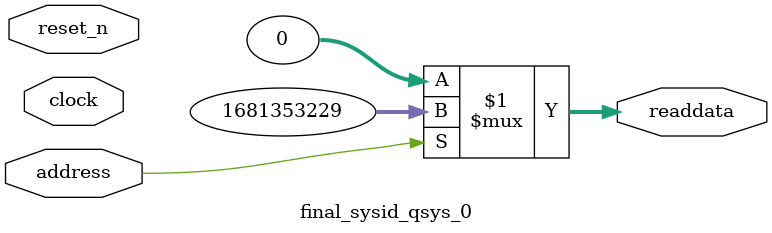
<source format=v>



// synthesis translate_off
`timescale 1ns / 1ps
// synthesis translate_on

// turn off superfluous verilog processor warnings 
// altera message_level Level1 
// altera message_off 10034 10035 10036 10037 10230 10240 10030 

module final_sysid_qsys_0 (
               // inputs:
                address,
                clock,
                reset_n,

               // outputs:
                readdata
             )
;

  output  [ 31: 0] readdata;
  input            address;
  input            clock;
  input            reset_n;

  wire    [ 31: 0] readdata;
  //control_slave, which is an e_avalon_slave
  assign readdata = address ? 1681353229 : 0;

endmodule



</source>
